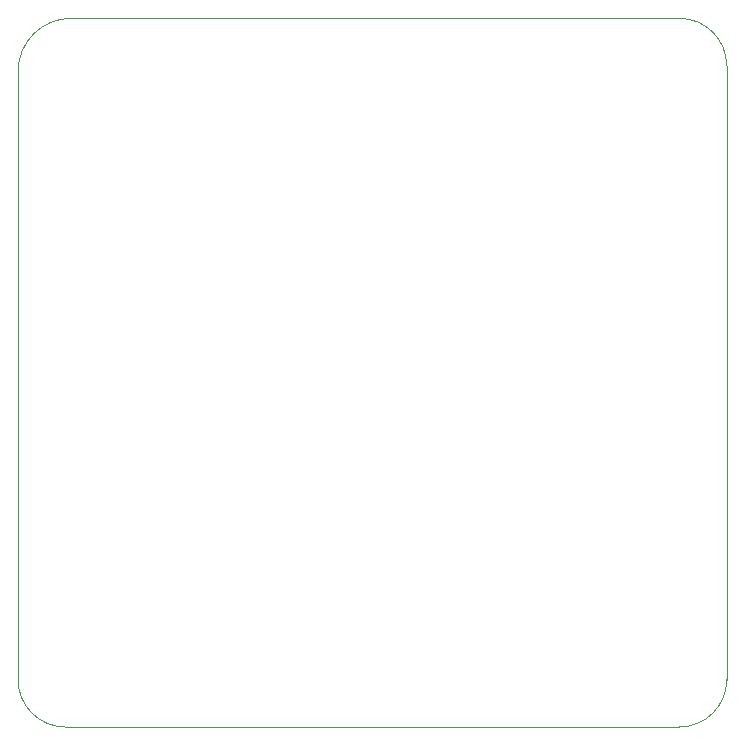
<source format=gbr>
%TF.GenerationSoftware,KiCad,Pcbnew,9.0.1*%
%TF.CreationDate,2025-05-19T14:00:57+02:00*%
%TF.ProjectId,1A_S6_Projet,31415f53-365f-4507-926f-6a65742e6b69,rev?*%
%TF.SameCoordinates,Original*%
%TF.FileFunction,Profile,NP*%
%FSLAX46Y46*%
G04 Gerber Fmt 4.6, Leading zero omitted, Abs format (unit mm)*
G04 Created by KiCad (PCBNEW 9.0.1) date 2025-05-19 14:00:57*
%MOMM*%
%LPD*%
G01*
G04 APERTURE LIST*
%TA.AperFunction,Profile*%
%ADD10C,0.050000*%
%TD*%
G04 APERTURE END LIST*
D10*
X120727531Y-62127500D02*
G75*
G02*
X125227531Y-57627531I4499969J0D01*
G01*
X180727531Y-113627500D02*
G75*
G02*
X176727531Y-117627531I-4000031J0D01*
G01*
X124727531Y-117627500D02*
G75*
G02*
X120727600Y-113627500I-31J3999900D01*
G01*
X124727531Y-117627500D02*
X176727531Y-117627500D01*
X176727531Y-57627500D02*
G75*
G02*
X180727500Y-61627500I-31J-4000000D01*
G01*
X125227531Y-57627500D02*
X176727531Y-57627500D01*
X180727531Y-113627500D02*
X180727531Y-61627500D01*
X120727531Y-113627500D02*
X120727531Y-62127500D01*
M02*

</source>
